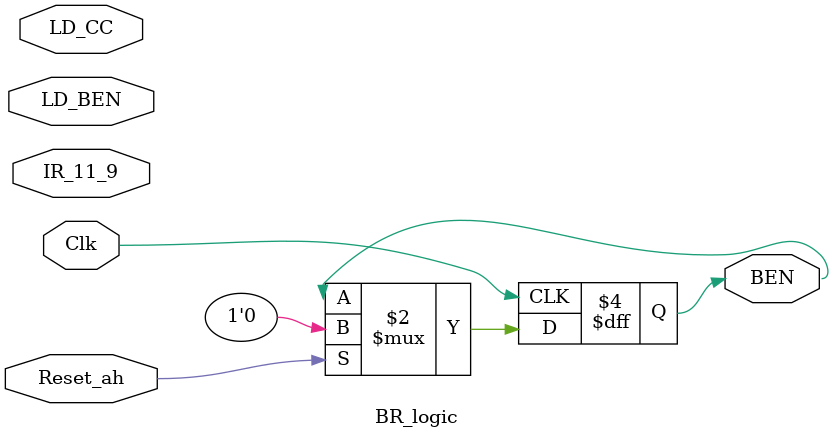
<source format=sv>
module BR_logic (
    input logic Clk, Reset_ah,
    input logic[2:0] IR_11_9, LD_BEN, LD_CC,
    output logic BEN
);
  always_ff @( posedge Clk ) begin
      if (Reset_ah)
        BEN <= 1'b0;
  end  
endmodule
</source>
